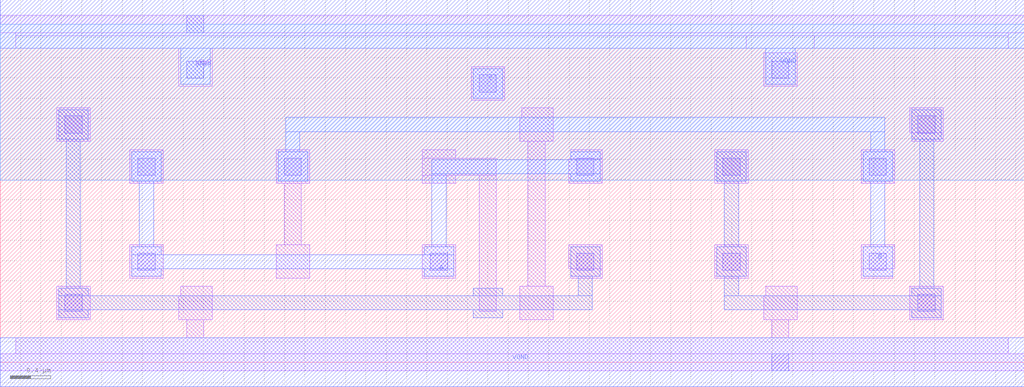
<source format=lef>
VERSION 5.7 ;
  NOWIREEXTENSIONATPIN ON ;
  DIVIDERCHAR "/" ;
  BUSBITCHARS "[]" ;
MACRO XOR2X1
  CLASS CORE ;
  FOREIGN XOR2X1 ;
  ORIGIN 0.000 0.000 ;
  SIZE 10.080 BY 3.330 ;
  SYMMETRY X Y ;
  SITE unit ;
  PIN A
    ANTENNAGATEAREA 0.378000 ;
    PORT
      LAYER met1 ;
        RECT 1.295 1.780 1.585 2.070 ;
        RECT 5.615 1.995 5.905 2.070 ;
        RECT 4.250 1.855 5.905 1.995 ;
        RECT 1.370 1.135 1.510 1.780 ;
        RECT 4.250 1.135 4.390 1.855 ;
        RECT 5.615 1.780 5.905 1.855 ;
        RECT 1.295 1.060 1.585 1.135 ;
        RECT 4.175 1.060 4.465 1.135 ;
        RECT 1.295 0.920 4.465 1.060 ;
        RECT 1.295 0.845 1.585 0.920 ;
        RECT 4.175 0.845 4.465 0.920 ;
    END
  END A
  PIN B
    ANTENNAGATEAREA 0.378000 ;
    PORT
      LAYER met1 ;
        RECT 2.810 2.270 8.710 2.410 ;
        RECT 2.810 2.070 2.950 2.270 ;
        RECT 8.570 2.070 8.710 2.270 ;
        RECT 2.735 1.780 3.025 2.070 ;
        RECT 8.495 1.780 8.785 2.070 ;
        RECT 8.570 1.135 8.710 1.780 ;
        RECT 8.495 0.845 8.785 1.135 ;
    END
  END B
  PIN VGND
    ANTENNADIFFAREA 1.124200 ;
    PORT
      LAYER met1 ;
        RECT 0.000 -0.240 10.080 0.240 ;
    END
    PORT
      LAYER met1 ;
        RECT 0.000 3.090 10.080 3.570 ;
        RECT 1.775 2.735 2.065 3.090 ;
        RECT 7.535 2.735 7.825 3.090 ;
    END
  END VGND
  PIN VPWR
    ANTENNADIFFAREA 1.083600 ;
    PORT
      LAYER li1 ;
        RECT 0.000 3.245 10.080 3.415 ;
        RECT 0.155 3.215 9.925 3.245 ;
        RECT 0.155 3.090 7.345 3.215 ;
        RECT 8.015 3.090 9.925 3.215 ;
        RECT 1.755 2.715 2.085 3.090 ;
      LAYER mcon ;
        RECT 1.835 3.245 2.005 3.415 ;
        RECT 1.835 2.795 2.005 2.965 ;
    END
  END VPWR
  PIN Y
    ANTENNADIFFAREA 1.661650 ;
    PORT
      LAYER met1 ;
        RECT 4.655 2.600 4.945 2.890 ;
    END
  END Y
  OBS
      LAYER nwell ;
        RECT 0.000 1.790 10.080 3.330 ;
      LAYER li1 ;
        RECT 4.635 2.580 4.965 2.910 ;
        RECT 7.515 2.715 7.845 3.045 ;
        RECT 0.555 2.175 0.885 2.505 ;
        RECT 5.135 2.410 5.445 2.505 ;
        RECT 5.115 2.175 5.445 2.410 ;
        RECT 8.955 2.260 9.285 2.505 ;
        RECT 8.975 2.175 9.285 2.260 ;
        RECT 1.275 1.760 1.605 2.090 ;
        RECT 2.715 1.760 3.045 2.090 ;
        RECT 4.155 2.010 4.485 2.090 ;
        RECT 4.155 1.840 4.885 2.010 ;
        RECT 4.155 1.760 4.485 1.840 ;
        RECT 2.795 1.155 2.965 1.760 ;
        RECT 1.275 0.825 1.605 1.155 ;
        RECT 2.715 0.825 3.045 1.155 ;
        RECT 4.155 0.825 4.485 1.155 ;
        RECT 0.555 0.420 0.885 0.750 ;
        RECT 1.775 0.655 2.085 0.750 ;
        RECT 1.755 0.420 2.085 0.655 ;
        RECT 4.715 0.500 4.885 1.840 ;
        RECT 5.195 0.750 5.365 2.175 ;
        RECT 5.615 2.005 5.925 2.090 ;
        RECT 5.595 1.760 5.925 2.005 ;
        RECT 7.035 1.760 7.365 2.090 ;
        RECT 8.475 1.760 8.805 2.090 ;
        RECT 5.595 0.920 5.925 1.155 ;
        RECT 5.615 0.825 5.925 0.920 ;
        RECT 7.035 0.825 7.365 1.155 ;
        RECT 8.475 0.920 8.805 1.155 ;
        RECT 8.475 0.825 8.785 0.920 ;
        RECT 5.115 0.420 5.445 0.750 ;
        RECT 7.535 0.655 7.845 0.750 ;
        RECT 7.515 0.420 7.845 0.655 ;
        RECT 8.955 0.420 9.285 0.750 ;
        RECT 1.835 0.240 2.005 0.420 ;
        RECT 7.595 0.240 7.765 0.420 ;
        RECT 0.155 0.085 9.925 0.240 ;
        RECT 0.000 -0.085 10.080 0.085 ;
      LAYER mcon ;
        RECT 4.715 2.660 4.885 2.830 ;
        RECT 7.595 2.795 7.765 2.965 ;
        RECT 0.635 2.255 0.805 2.425 ;
        RECT 9.035 2.255 9.205 2.425 ;
        RECT 1.355 1.840 1.525 2.010 ;
        RECT 2.795 1.840 2.965 2.010 ;
        RECT 1.355 0.905 1.525 1.075 ;
        RECT 4.235 0.905 4.405 1.075 ;
        RECT 0.635 0.500 0.805 0.670 ;
        RECT 5.675 1.840 5.845 2.010 ;
        RECT 7.115 1.840 7.285 2.010 ;
        RECT 8.555 1.840 8.725 2.010 ;
        RECT 5.675 0.905 5.845 1.075 ;
        RECT 7.115 0.905 7.285 1.075 ;
        RECT 8.555 0.905 8.725 1.075 ;
        RECT 9.035 0.500 9.205 0.670 ;
        RECT 7.595 -0.085 7.765 0.085 ;
      LAYER met1 ;
        RECT 0.575 2.195 0.865 2.485 ;
        RECT 8.975 2.195 9.265 2.485 ;
        RECT 0.650 0.730 0.790 2.195 ;
        RECT 7.055 1.780 7.345 2.070 ;
        RECT 7.130 1.135 7.270 1.780 ;
        RECT 5.615 0.845 5.905 1.135 ;
        RECT 7.055 0.845 7.345 1.135 ;
        RECT 0.575 0.655 0.865 0.730 ;
        RECT 4.655 0.655 4.945 0.730 ;
        RECT 5.690 0.655 5.830 0.845 ;
        RECT 0.575 0.515 5.830 0.655 ;
        RECT 7.130 0.655 7.270 0.845 ;
        RECT 9.050 0.730 9.190 2.195 ;
        RECT 8.975 0.655 9.265 0.730 ;
        RECT 7.130 0.515 9.265 0.655 ;
        RECT 0.575 0.440 0.865 0.515 ;
        RECT 4.655 0.440 4.945 0.515 ;
        RECT 8.975 0.440 9.265 0.515 ;
  END
END XOR2X1
END LIBRARY


</source>
